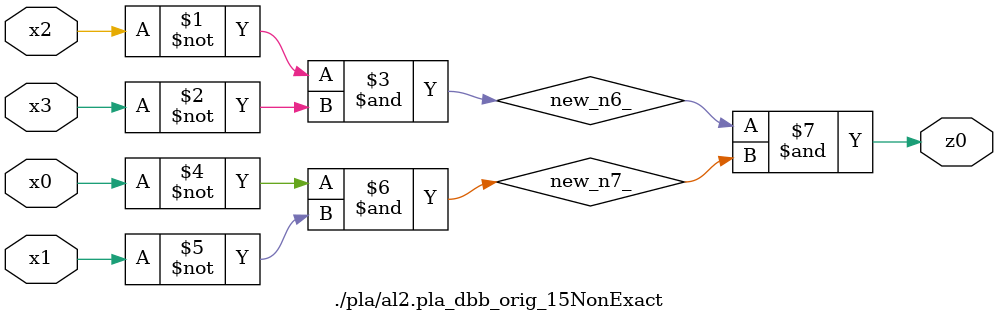
<source format=v>

module \./pla/al2.pla_dbb_orig_15NonExact  ( 
    x0, x1, x2, x3,
    z0  );
  input  x0, x1, x2, x3;
  output z0;
  wire new_n6_, new_n7_;
  assign new_n6_ = ~x2 & ~x3;
  assign new_n7_ = ~x0 & ~x1;
  assign z0 = new_n6_ & new_n7_;
endmodule



</source>
